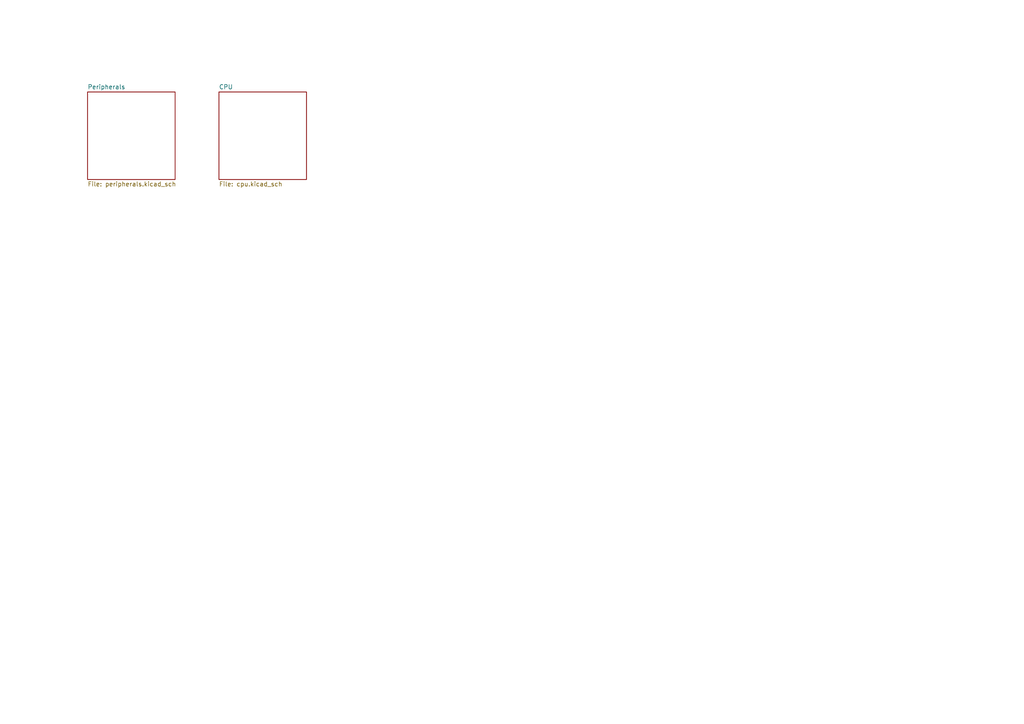
<source format=kicad_sch>
(kicad_sch (version 20211123) (generator eeschema)
  (paper "A4")
  (title_block (title "SOM-F1C") (date "2021-01-04") (rev "2") (company "Mustafa Serhat Urtis"))
  (lib_symbols)
  (sheet (at 25.4 26.67) (size 25.4 25.4)
    (property "Sheet name" "Peripherals" (at 25.4 25.9584 0) (effects (justify left bottom)))
    (property "Sheet file" "peripherals.kicad_sch" (at 25.4 52.6546 0) (effects (justify left top)))
  )
  (sheet (at 63.5 26.67) (size 25.4 25.4)
    (property "Sheet name" "CPU" (at 63.5 25.9584 0) (effects (justify left bottom)))
    (property "Sheet file" "cpu.kicad_sch" (at 63.5 52.6546 0) (effects (justify left top)))
  )
)
</source>
